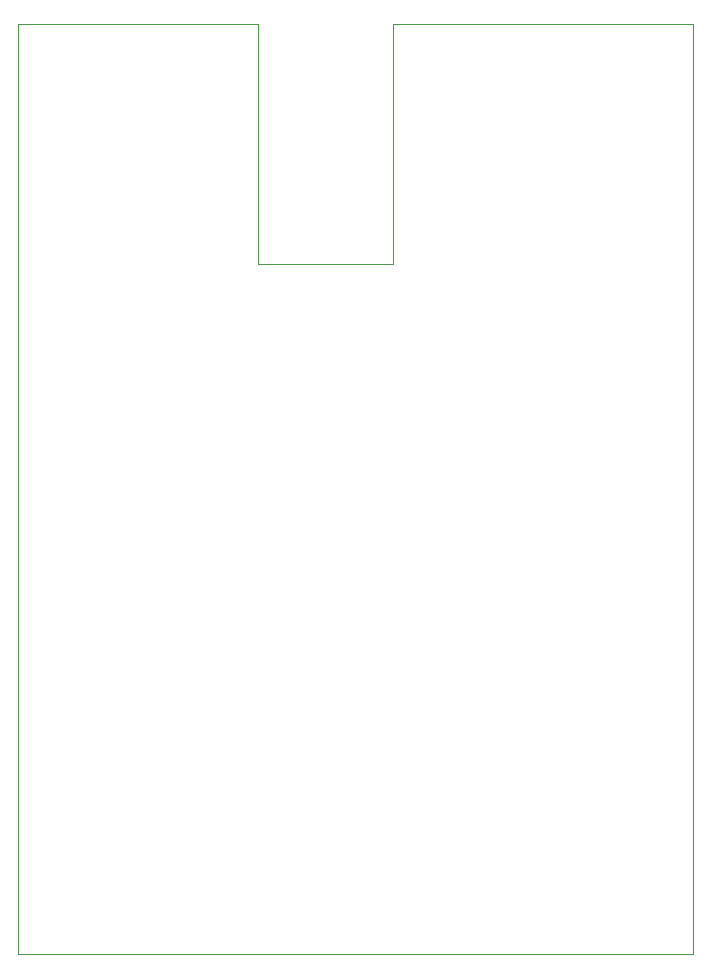
<source format=gbr>
%TF.GenerationSoftware,KiCad,Pcbnew,9.0.1*%
%TF.CreationDate,2026-01-07T21:00:54-05:00*%
%TF.ProjectId,mouse-micro,6d6f7573-652d-46d6-9963-726f2e6b6963,rev?*%
%TF.SameCoordinates,Original*%
%TF.FileFunction,Profile,NP*%
%FSLAX46Y46*%
G04 Gerber Fmt 4.6, Leading zero omitted, Abs format (unit mm)*
G04 Created by KiCad (PCBNEW 9.0.1) date 2026-01-07 21:00:54*
%MOMM*%
%LPD*%
G01*
G04 APERTURE LIST*
%TA.AperFunction,Profile*%
%ADD10C,0.100000*%
%TD*%
G04 APERTURE END LIST*
D10*
X166370000Y-48260000D02*
X166370000Y-127000000D01*
X129540000Y-68580000D02*
X140970000Y-68580000D01*
X140970000Y-48260000D02*
X166370000Y-48260000D01*
X109220000Y-48260000D02*
X129540000Y-48260000D01*
X140970000Y-68580000D02*
X140970000Y-48260000D01*
X129540000Y-48260000D02*
X129540000Y-68580000D01*
X109220000Y-127000000D02*
X109220000Y-48260000D01*
X166370000Y-127000000D02*
X109220000Y-127000000D01*
M02*

</source>
